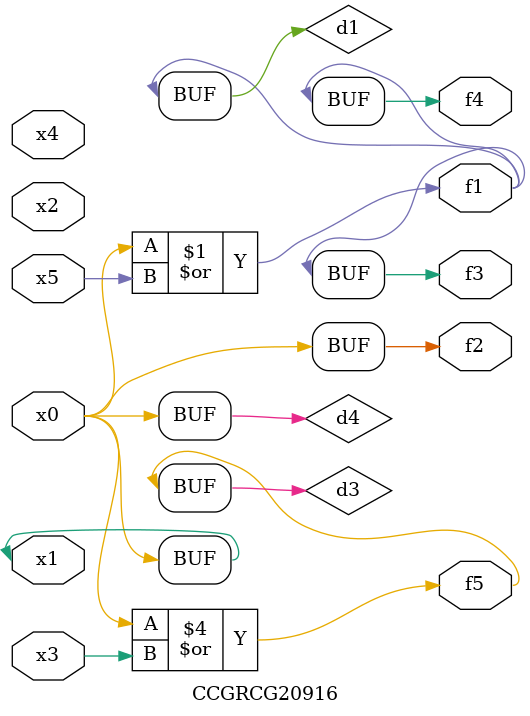
<source format=v>
module CCGRCG20916(
	input x0, x1, x2, x3, x4, x5,
	output f1, f2, f3, f4, f5
);

	wire d1, d2, d3, d4;

	or (d1, x0, x5);
	xnor (d2, x1, x4);
	or (d3, x0, x3);
	buf (d4, x0, x1);
	assign f1 = d1;
	assign f2 = d4;
	assign f3 = d1;
	assign f4 = d1;
	assign f5 = d3;
endmodule

</source>
